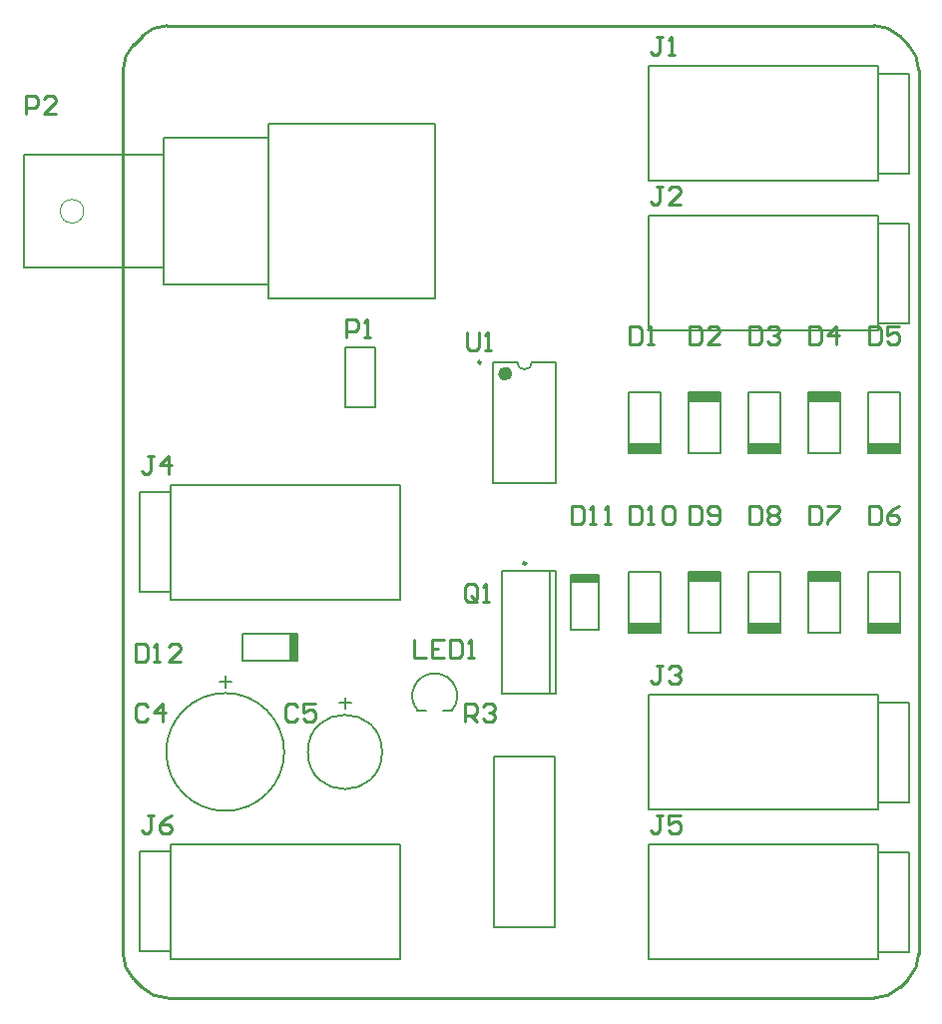
<source format=gto>
G04 Layer_Color=65535*
%FSAX43Y43*%
%MOMM*%
G71*
G01*
G75*
%ADD10C,0.254*%
%ADD32C,0.200*%
%ADD33C,0.250*%
%ADD34C,0.203*%
%ADD35C,0.600*%
%ADD36C,0.025*%
%ADD37C,0.025*%
%ADD38C,0.150*%
%ADD39R,0.666X2.360*%
%ADD40R,2.360X0.666*%
%ADD41R,2.717X0.949*%
%ADD42R,2.717X0.949*%
D10*
X0067056Y0059690D02*
X0066802Y0059944D01*
X0066294D01*
X0066040Y0059690D01*
Y0058674D01*
X0066294Y0058420D01*
X0066802D01*
X0067056Y0058674D01*
X0068325Y0058420D02*
Y0059944D01*
X0067564Y0059182D01*
X0068579D01*
X0079756Y0059690D02*
X0079502Y0059944D01*
X0078994D01*
X0078740Y0059690D01*
Y0058674D01*
X0078994Y0058420D01*
X0079502D01*
X0079756Y0058674D01*
X0081279Y0059944D02*
X0080264D01*
Y0059182D01*
X0080771Y0059436D01*
X0081025D01*
X0081279Y0059182D01*
Y0058674D01*
X0081025Y0058420D01*
X0080517D01*
X0080264Y0058674D01*
X0123241Y0091948D02*
Y0090424D01*
X0124003D01*
X0124256Y0090678D01*
Y0091694D01*
X0124003Y0091948D01*
X0123241D01*
X0125526Y0090424D02*
Y0091948D01*
X0124764Y0091186D01*
X0125780D01*
X0118161Y0091948D02*
Y0090424D01*
X0118923D01*
X0119176Y0090678D01*
Y0091694D01*
X0118923Y0091948D01*
X0118161D01*
X0119684Y0091694D02*
X0119938Y0091948D01*
X0120446D01*
X0120700Y0091694D01*
Y0091440D01*
X0120446Y0091186D01*
X0120192D01*
X0120446D01*
X0120700Y0090932D01*
Y0090678D01*
X0120446Y0090424D01*
X0119938D01*
X0119684Y0090678D01*
X0113081Y0091948D02*
Y0090424D01*
X0113843D01*
X0114096Y0090678D01*
Y0091694D01*
X0113843Y0091948D01*
X0113081D01*
X0115620Y0090424D02*
X0114604D01*
X0115620Y0091440D01*
Y0091694D01*
X0115366Y0091948D01*
X0114858D01*
X0114604Y0091694D01*
X0108001Y0091948D02*
Y0090424D01*
X0108763D01*
X0109016Y0090678D01*
Y0091694D01*
X0108763Y0091948D01*
X0108001D01*
X0109524Y0090424D02*
X0110032D01*
X0109778D01*
Y0091948D01*
X0109524Y0091694D01*
X0128321Y0091948D02*
Y0090424D01*
X0129083D01*
X0129336Y0090678D01*
Y0091694D01*
X0129083Y0091948D01*
X0128321D01*
X0130860D02*
X0129844D01*
Y0091186D01*
X0130352Y0091440D01*
X0130606D01*
X0130860Y0091186D01*
Y0090678D01*
X0130606Y0090424D01*
X0130098D01*
X0129844Y0090678D01*
X0128321Y0076708D02*
Y0075184D01*
X0129083D01*
X0129336Y0075438D01*
Y0076454D01*
X0129083Y0076708D01*
X0128321D01*
X0130860D02*
X0130352Y0076454D01*
X0129844Y0075946D01*
Y0075438D01*
X0130098Y0075184D01*
X0130606D01*
X0130860Y0075438D01*
Y0075692D01*
X0130606Y0075946D01*
X0129844D01*
X0123241Y0076708D02*
Y0075184D01*
X0124003D01*
X0124256Y0075438D01*
Y0076454D01*
X0124003Y0076708D01*
X0123241D01*
X0124764D02*
X0125780D01*
Y0076454D01*
X0124764Y0075438D01*
Y0075184D01*
X0118161Y0076708D02*
Y0075184D01*
X0118923D01*
X0119176Y0075438D01*
Y0076454D01*
X0118923Y0076708D01*
X0118161D01*
X0119684Y0076454D02*
X0119938Y0076708D01*
X0120446D01*
X0120700Y0076454D01*
Y0076200D01*
X0120446Y0075946D01*
X0120700Y0075692D01*
Y0075438D01*
X0120446Y0075184D01*
X0119938D01*
X0119684Y0075438D01*
Y0075692D01*
X0119938Y0075946D01*
X0119684Y0076200D01*
Y0076454D01*
X0119938Y0075946D02*
X0120446D01*
X0113081Y0076708D02*
Y0075184D01*
X0113843D01*
X0114096Y0075438D01*
Y0076454D01*
X0113843Y0076708D01*
X0113081D01*
X0114604Y0075438D02*
X0114858Y0075184D01*
X0115366D01*
X0115620Y0075438D01*
Y0076454D01*
X0115366Y0076708D01*
X0114858D01*
X0114604Y0076454D01*
Y0076200D01*
X0114858Y0075946D01*
X0115620D01*
X0108001Y0076708D02*
Y0075184D01*
X0108763D01*
X0109016Y0075438D01*
Y0076454D01*
X0108763Y0076708D01*
X0108001D01*
X0109524Y0075184D02*
X0110032D01*
X0109778D01*
Y0076708D01*
X0109524Y0076454D01*
X0110794D02*
X0111048Y0076708D01*
X0111556D01*
X0111810Y0076454D01*
Y0075438D01*
X0111556Y0075184D01*
X0111048D01*
X0110794Y0075438D01*
Y0076454D01*
X0103048Y0076708D02*
Y0075184D01*
X0103810D01*
X0104063Y0075438D01*
Y0076454D01*
X0103810Y0076708D01*
X0103048D01*
X0104571Y0075184D02*
X0105079D01*
X0104825D01*
Y0076708D01*
X0104571Y0076454D01*
X0105841Y0075184D02*
X0106349D01*
X0106095D01*
Y0076708D01*
X0105841Y0076454D01*
X0066040Y0065024D02*
Y0063500D01*
X0066802D01*
X0067056Y0063754D01*
Y0064770D01*
X0066802Y0065024D01*
X0066040D01*
X0067564Y0063500D02*
X0068071D01*
X0067817D01*
Y0065024D01*
X0067564Y0064770D01*
X0069849Y0063500D02*
X0068833D01*
X0069849Y0064516D01*
Y0064770D01*
X0069595Y0065024D01*
X0069087D01*
X0068833Y0064770D01*
X0110769Y0116509D02*
X0110261D01*
X0110515D01*
Y0115240D01*
X0110261Y0114986D01*
X0110007D01*
X0109753Y0115240D01*
X0111277Y0114986D02*
X0111785D01*
X0111531D01*
Y0116509D01*
X0111277Y0116255D01*
X0110769Y0103809D02*
X0110261D01*
X0110515D01*
Y0102540D01*
X0110261Y0102286D01*
X0110007D01*
X0109753Y0102540D01*
X0112293Y0102286D02*
X0111277D01*
X0112293Y0103301D01*
Y0103555D01*
X0112039Y0103809D01*
X0111531D01*
X0111277Y0103555D01*
X0110769Y0063169D02*
X0110261D01*
X0110515D01*
Y0061900D01*
X0110261Y0061646D01*
X0110007D01*
X0109753Y0061900D01*
X0111277Y0062915D02*
X0111531Y0063169D01*
X0112039D01*
X0112293Y0062915D01*
Y0062661D01*
X0112039Y0062408D01*
X0111785D01*
X0112039D01*
X0112293Y0062154D01*
Y0061900D01*
X0112039Y0061646D01*
X0111531D01*
X0111277Y0061900D01*
X0067589Y0080949D02*
X0067081D01*
X0067335D01*
Y0079680D01*
X0067081Y0079426D01*
X0066827D01*
X0066573Y0079680D01*
X0068859Y0079426D02*
Y0080949D01*
X0068097Y0080188D01*
X0069113D01*
X0110769Y0050469D02*
X0110261D01*
X0110515D01*
Y0049200D01*
X0110261Y0048946D01*
X0110007D01*
X0109753Y0049200D01*
X0112293Y0050469D02*
X0111277D01*
Y0049708D01*
X0111785Y0049961D01*
X0112039D01*
X0112293Y0049708D01*
Y0049200D01*
X0112039Y0048946D01*
X0111531D01*
X0111277Y0049200D01*
X0067589Y0050469D02*
X0067081D01*
X0067335D01*
Y0049200D01*
X0067081Y0048946D01*
X0066827D01*
X0066573Y0049200D01*
X0069113Y0050469D02*
X0068605Y0050215D01*
X0068097Y0049708D01*
Y0049200D01*
X0068351Y0048946D01*
X0068859D01*
X0069113Y0049200D01*
Y0049454D01*
X0068859Y0049708D01*
X0068097D01*
X0089687Y0065379D02*
Y0063856D01*
X0090703D01*
X0092227Y0065379D02*
X0091211D01*
Y0063856D01*
X0092227D01*
X0091211Y0064617D02*
X0091719D01*
X0092734Y0065379D02*
Y0063856D01*
X0093496D01*
X0093750Y0064110D01*
Y0065125D01*
X0093496Y0065379D01*
X0092734D01*
X0094258Y0063856D02*
X0094766D01*
X0094512D01*
Y0065379D01*
X0094258Y0065125D01*
X0083972Y0091034D02*
Y0092557D01*
X0084734D01*
X0084988Y0092303D01*
Y0091795D01*
X0084734Y0091541D01*
X0083972D01*
X0085496Y0091034D02*
X0086004D01*
X0085750D01*
Y0092557D01*
X0085496Y0092303D01*
X0056718Y0110007D02*
Y0111531D01*
X0057480D01*
X0057734Y0111277D01*
Y0110769D01*
X0057480Y0110515D01*
X0056718D01*
X0059257Y0110007D02*
X0058242D01*
X0059257Y0111023D01*
Y0111277D01*
X0059003Y0111531D01*
X0058496D01*
X0058242Y0111277D01*
X0094996Y0068834D02*
Y0069850D01*
X0094742Y0070104D01*
X0094234D01*
X0093980Y0069850D01*
Y0068834D01*
X0094234Y0068580D01*
X0094742D01*
X0094488Y0069088D02*
X0094996Y0068580D01*
X0094742D02*
X0094996Y0068834D01*
X0095504Y0068580D02*
X0096011D01*
X0095757D01*
Y0070104D01*
X0095504Y0069850D01*
X0093980Y0058420D02*
Y0059944D01*
X0094742D01*
X0094996Y0059690D01*
Y0059182D01*
X0094742Y0058928D01*
X0093980D01*
X0094488D02*
X0094996Y0058420D01*
X0095504Y0059690D02*
X0095757Y0059944D01*
X0096265D01*
X0096519Y0059690D01*
Y0059436D01*
X0096265Y0059182D01*
X0096011D01*
X0096265D01*
X0096519Y0058928D01*
Y0058674D01*
X0096265Y0058420D01*
X0095757D01*
X0095504Y0058674D01*
X0094158Y0091465D02*
Y0090195D01*
X0094412Y0089941D01*
X0094920D01*
X0095173Y0090195D01*
Y0091465D01*
X0095681Y0089941D02*
X0096189D01*
X0095935D01*
Y0091465D01*
X0095681Y0091211D01*
X0130898Y0116602D02*
G03*
X0128730Y0117500I-0002168J-0002168D01*
G01*
X0068732D02*
G03*
X0066629Y0116629I0000000J-0002975D01*
G01*
X0065898Y0115898D02*
G03*
X0065000Y0113730I0002168J-0002168D01*
G01*
Y0038770D02*
G03*
X0065898Y0036602I0003066J0000000D01*
G01*
X0066602Y0035898D02*
G03*
X0068770Y0035000I0002168J0002168D01*
G01*
X0128730D02*
G03*
X0130898Y0035898I0000000J0003066D01*
G01*
X0131602Y0036602D02*
G03*
X0132500Y0038770I-0002168J0002168D01*
G01*
Y0113730D02*
G03*
X0131602Y0115898I-0003066J0000000D01*
G01*
X0065898D02*
X0066629Y0116629D01*
X0065000Y0038770D02*
Y0113730D01*
X0065898Y0036602D02*
X0066602Y0035898D01*
X0068770Y0035000D02*
X0128730D01*
X0130898Y0035898D02*
X0131602Y0036602D01*
X0132500Y0038770D02*
Y0113730D01*
X0130898Y0116602D02*
X0131602Y0115898D01*
X0068732Y0117500D02*
X0128730D01*
D32*
X0078660Y0055880D02*
G03*
X0078660Y0055880I-0005000J0000000D01*
G01*
X0086970D02*
G03*
X0086970Y0055880I-0003150J0000000D01*
G01*
X0098425Y0088970D02*
G03*
X0099695Y0088970I0000635J0000000D01*
G01*
X0075152Y0065950D02*
X0079787D01*
Y0063590D02*
Y0065950D01*
X0075152Y0063590D02*
X0079787D01*
X0075152D02*
Y0065950D01*
X0096460Y0041010D02*
Y0055510D01*
X0101660Y0041010D02*
Y0055510D01*
X0096460D02*
X0101660D01*
X0096460Y0041010D02*
X0101660D01*
X0097130Y0071240D02*
X0101730D01*
X0097130Y0060840D02*
X0101730D01*
X0097130D02*
Y0071240D01*
X0101730Y0060840D02*
Y0071240D01*
X0101230Y0060840D02*
Y0071240D01*
X0066445Y0047480D02*
X0069020D01*
X0066420Y0038980D02*
Y0047480D01*
Y0038980D02*
X0068995D01*
X0069020Y0048080D02*
X0088520D01*
X0069020Y0038280D02*
Y0048080D01*
Y0038280D02*
X0088520D01*
Y0048080D01*
X0129100Y0038880D02*
X0131675D01*
X0131700D02*
Y0047380D01*
X0129125D02*
X0131700D01*
X0109600Y0038280D02*
X0129100D01*
Y0048080D01*
X0109600D02*
X0129100D01*
X0109600Y0038280D02*
Y0048080D01*
X0066445Y0077960D02*
X0069020D01*
X0066420Y0069460D02*
Y0077960D01*
Y0069460D02*
X0068995D01*
X0069020Y0078560D02*
X0088520D01*
X0069020Y0068760D02*
Y0078560D01*
Y0068760D02*
X0088520D01*
Y0078560D01*
X0096410Y0078670D02*
X0101710D01*
X0099695Y0088970D02*
X0101710D01*
X0096410D02*
X0098425D01*
X0101710Y0078670D02*
Y0088970D01*
X0096410Y0078670D02*
Y0088970D01*
X0068459Y0095504D02*
Y0096954D01*
Y0106554D01*
X0077359Y0095504D02*
Y0108004D01*
Y0109154D02*
X0091459D01*
X0077359Y0108004D02*
Y0109154D01*
X0068459Y0108004D02*
X0077359D01*
X0068459Y0106554D02*
Y0108004D01*
X0056559Y0106554D02*
X0068459D01*
X0056559Y0096954D02*
Y0106554D01*
Y0096954D02*
X0068459D01*
Y0095504D02*
X0077359D01*
Y0094354D02*
Y0095504D01*
Y0094354D02*
X0091459D01*
Y0109154D01*
X0129100Y0051580D02*
X0131675D01*
X0131700D02*
Y0060080D01*
X0129125D02*
X0131700D01*
X0109600Y0050980D02*
X0129100D01*
Y0060780D01*
X0109600D02*
X0129100D01*
X0109600Y0050980D02*
Y0060780D01*
X0102960Y0066262D02*
Y0070897D01*
X0105320D01*
Y0066262D02*
Y0070897D01*
X0102960Y0066262D02*
X0105320D01*
X0086360Y0085090D02*
Y0090170D01*
X0083820D02*
X0086360D01*
X0083820Y0085090D02*
Y0090170D01*
Y0085090D02*
X0086360D01*
X0128180Y0065980D02*
X0130900D01*
X0128180D02*
Y0071180D01*
X0130900D01*
Y0065980D02*
Y0071180D01*
X0123100D02*
X0125820D01*
Y0065980D02*
Y0071180D01*
X0123100Y0065980D02*
X0125820D01*
X0123100D02*
Y0071180D01*
X0118020Y0065980D02*
X0120740D01*
X0118020D02*
Y0071180D01*
X0120740D01*
Y0065980D02*
Y0071180D01*
X0112940D02*
X0115660D01*
Y0065980D02*
Y0071180D01*
X0112940Y0065980D02*
X0115660D01*
X0112940D02*
Y0071180D01*
X0107860Y0065980D02*
X0110580D01*
X0107860D02*
Y0071180D01*
X0110580D01*
Y0065980D02*
Y0071180D01*
X0128180Y0081220D02*
X0130900D01*
X0128180D02*
Y0086420D01*
X0130900D01*
Y0081220D02*
Y0086420D01*
X0123100D02*
X0125820D01*
Y0081220D02*
Y0086420D01*
X0123100Y0081220D02*
X0125820D01*
X0123100D02*
Y0086420D01*
X0118020Y0081220D02*
X0120740D01*
X0118020D02*
Y0086420D01*
X0120740D01*
Y0081220D02*
Y0086420D01*
X0112940D02*
X0115660D01*
Y0081220D02*
Y0086420D01*
X0112940Y0081220D02*
X0115660D01*
X0112940D02*
Y0086420D01*
X0107860Y0081220D02*
X0110580D01*
X0107860D02*
Y0086420D01*
X0110580D01*
Y0081220D02*
Y0086420D01*
X0129100Y0092220D02*
X0131675D01*
X0131700D02*
Y0100720D01*
X0129125D02*
X0131700D01*
X0109600Y0091620D02*
X0129100D01*
Y0101420D01*
X0109600D02*
X0129100D01*
X0109600Y0091620D02*
Y0101420D01*
X0129100Y0104920D02*
X0131675D01*
X0131700D02*
Y0113420D01*
X0129125D02*
X0131700D01*
X0109600Y0104320D02*
X0129100D01*
Y0114120D01*
X0109600D02*
X0129100D01*
X0109600Y0104320D02*
Y0114120D01*
D33*
X0099185Y0071890D02*
G03*
X0099185Y0071890I-0000125J0000000D01*
G01*
X0095375Y0088930D02*
G03*
X0095375Y0088930I-0000125J0000000D01*
G01*
D34*
X0092899Y0059418D02*
G03*
X0089981Y0059418I-0001459J0001225D01*
G01*
X0089981Y0059418D02*
X0090673D01*
X0092177Y0059411D02*
X0092887D01*
D35*
X0097710Y0087970D02*
G03*
X0097710Y0087970I-0000300J0000000D01*
G01*
D36*
X0061659Y0101754D02*
G03*
X0061659Y0101754I-0001000J0000000D01*
G01*
D37*
X0068459Y0095504D02*
Y0096954D01*
Y0106554D01*
X0056559Y0096954D02*
Y0106554D01*
Y0096954D02*
X0068459D01*
X0056559Y0106554D02*
X0068459D01*
Y0108004D01*
X0077359D01*
Y0095504D02*
Y0108004D01*
X0068459Y0095504D02*
X0077359D01*
Y0108004D02*
Y0109154D01*
X0091459D01*
Y0094354D02*
Y0109154D01*
X0077359Y0094354D02*
X0091459D01*
X0077359D02*
Y0095504D01*
D38*
X0073660Y0062345D02*
Y0061345D01*
X0074160Y0061845D02*
X0073160D01*
X0083820Y0060530D02*
Y0059530D01*
X0084320Y0060030D02*
X0083320D01*
D39*
X0079454Y0064770D02*
D03*
D40*
X0104140Y0070564D02*
D03*
D41*
X0129541Y0066454D02*
D03*
X0119381D02*
D03*
X0109221D02*
D03*
X0129541Y0081695D02*
D03*
X0119381D02*
D03*
X0109221D02*
D03*
D42*
X0124459Y0070706D02*
D03*
X0114299D02*
D03*
X0124459Y0085946D02*
D03*
X0114299D02*
D03*
M02*

</source>
